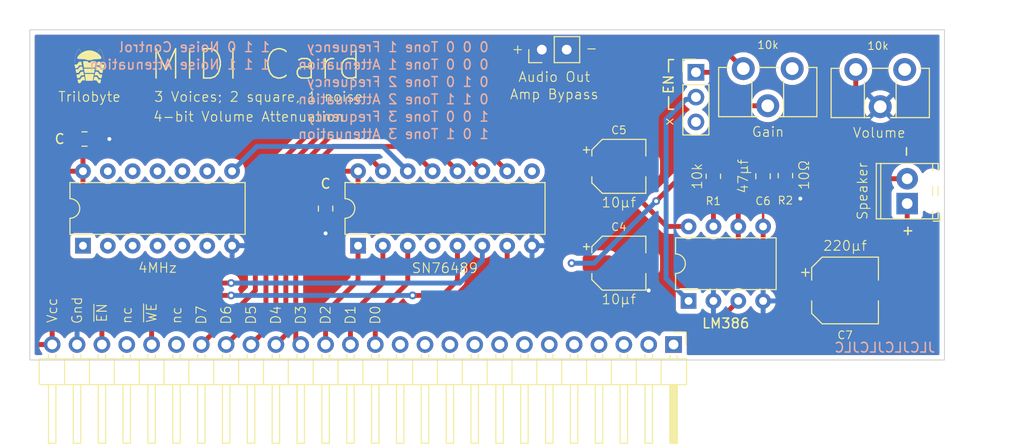
<source format=kicad_pcb>
(kicad_pcb (version 20211014) (generator pcbnew)
  (layers (0 "F.Cu" signal) (31 "B.Cu" signal) (34 "B.Paste" user) (35 "F.Paste" user) (36 "B.SilkS" user "B.Silkscreen") (37 "F.SilkS" user "F.Silkscreen") (38 "B.Mask" user) (39 "F.Mask" user) (44 "Edge.Cuts" user))
  (net 0 "")
  (net 13 "BUS0")
  (net 14 "BUS1")
  (net 15 "BUS2")
  (net 16 "BUS3")
  (net 17 "BUS4")
  (net 18 "BUS5")
  (net 19 "BUS6")
  (net 20 "BUS7")
  (net 21 "~{WRITE}")
  (net 23 "~{EN}")
  (net 24 "GND")
  (net 25 "VCC")
  (net 26 "RDY")
  (net 27 "4MHZ")
  (net 30 "Net-(C6-Pad1)")
  (net 31 "Net-(C6-Pad2)")
  (net 33 "Net-(C4-Pad1)")
  (net 34 "Net-(R1-Pad2)")
  (net 35 "Net-(C5-Pad1)")
  (net 37 "Net-(C5-Pad2)")
  (net 38 "SPEAKER+")
  (net 39 "SPEAKER-")
  (net 41 "Net-(U3-Pad1)")
  (net 43 "Net-(J2-Pad1)")
  (net 44 "AUDIO_OUT")
  (footprint "LIBRARY-8-bit-computer:Crystal_DIP_4_14" (layer "F.Cu") (at 110.5815 66.518 90)
    (fp_text reference "Y1" hide)
    (fp_text value "4MHz" (at -6.096 11.684 unlocked) (layer "F.SilkS") (effects (font (thickness 0.1))))
    (pad "" thru_hole oval (at 3.79 9.15 90) (size 1.6 1.6) (drill 0.8) (layers *.Cu *.Mask))
    (pad "" thru_hole oval (at -3.83 11.69 90) (size 1.6 1.6) (drill 0.8) (layers *.Cu *.Mask))
    (pad "" thru_hole oval (at -3.83 6.61 90) (size 1.6 1.6) (drill 0.8) (layers *.Cu *.Mask))
    (pad "" thru_hole oval (at 3.79 11.69 90) (size 1.6 1.6) (drill 0.8) (layers *.Cu *.Mask))
    (pad "" thru_hole oval (at -3.83 16.77 90) (size 1.6 1.6) (drill 0.8) (layers *.Cu *.Mask))
    (pad "" thru_hole oval (at 3.79 16.77 90) (size 1.6 1.6) (drill 0.8) (layers *.Cu *.Mask))
    (pad "" thru_hole oval (at -3.83 14.23 90) (size 1.6 1.6) (drill 0.8) (layers *.Cu *.Mask))
    (pad "" thru_hole oval (at 3.79 14.23 90) (size 1.6 1.6) (drill 0.8) (layers *.Cu *.Mask))
    (pad "" thru_hole oval (at 3.79 6.61 90) (size 1.6 1.6) (drill 0.8) (layers *.Cu *.Mask))
    (pad "" thru_hole oval (at -3.83 9.15 90) (size 1.6 1.6) (drill 0.8) (layers *.Cu *.Mask))
    (pad "1" thru_hole rect (at -3.83 4.07 90) (size 1.6 1.6) (drill 0.8) (layers *.Cu *.Mask))
    (pad "2" thru_hole oval (at -3.83 19.31 90) (size 1.6 1.6) (drill 0.8) (layers *.Cu *.Mask) (net 24 "GND"))
    (pad "3" thru_hole oval (at 3.79 19.31 90) (size 1.6 1.6) (drill 0.8) (layers *.Cu *.Mask) (net 27 "4MHZ"))
    (pad "4" thru_hole oval (at 3.79 4.07 90) (size 1.6 1.6) (drill 0.8) (layers *.Cu *.Mask) (net 25 "VCC"))
  )
  (footprint "TerminalBlock_Phoenix:TerminalBlock_Phoenix_MPT-0,5-2-2.54_1x02_P2.54mm_Horizontal" (layer "F.Cu") (at 198.882 66.04 90)
    (fp_text reference "J3" hide)
    (fp_text value "Screw_Terminal_01x02" hide)
    (fp_text user "+" (at -2.794 0 90 unlocked) (layer "F.SilkS"))
    (fp_text user "Speaker" (at 1.27 -4.572 90 unlocked) (layer "F.SilkS") (effects (font (thickness 0.1))))
    (fp_text user "-" (at 5.334 0 270 unlocked) (layer "F.SilkS"))
    (pad "" np_thru_hole circle locked (at 0 2.54 90) (size 1.1 1.1) (drill 1.1) (layers *.Cu *.Mask))
    (pad "" np_thru_hole circle locked (at 2.54 2.54 90) (size 1.1 1.1) (drill 1.1) (layers *.Cu *.Mask))
    (pad "1" thru_hole rect locked (at 0 0 90) (size 2.2 2.2) (drill 1.1) (layers *.Cu *.Mask) (net 38 "SPEAKER+"))
    (pad "2" thru_hole circle locked (at 2.54 0 90) (size 2.2 2.2) (drill 1.1) (layers *.Cu *.Mask) (net 39 "SPEAKER-"))
  )
  (footprint "Connector_PinHeader_2.54mm:PinHeader_1x02_P2.54mm_Vertical" (layer "F.Cu") (at 161.544 50.292 90)
    (fp_text reference "J4" hide)
    (fp_text value "Conn_01x02" hide)
    (fp_text user "-" (at 0 5.08 180 unlocked) (layer "F.SilkS") (effects (font (thickness 0.1))))
    (fp_text user "Amp Bypass" (at -4.572 1.27 unlocked) (layer "F.SilkS") (effects (font (thickness 0.1))))
    (fp_text user "+" (at 0 -2.54 90 unlocked) (layer "F.SilkS") (effects (font (thickness 0.1))))
    (fp_text user "Audio Out" (at -2.794 1.27 unlocked) (layer "F.SilkS") (effects (font (thickness 0.1))))
    (pad "1" thru_hole rect locked (at 0 0 90) (size 1.7 1.7) (drill 1) (layers *.Cu *.Mask) (net 44 "AUDIO_OUT"))
    (pad "2" thru_hole oval locked (at 0 2.54 90) (size 1.7 1.7) (drill 1) (layers *.Cu *.Mask) (net 24 "GND"))
  )
  (footprint "Connector_PinHeader_2.54mm:PinHeader_1x26_P2.54mm_Horizontal" (layer "F.Cu") (at 175.006 80.461 -90)
    (fp_text reference "J1" hide)
    (fp_text value "Conn_01x26" hide)
    (pad "1" thru_hole rect locked (at 0 0 270) (size 1.7 1.7) (drill 1) (layers *.Cu *.Mask))
    (pad "2" thru_hole oval locked (at 0 2.54 270) (size 1.7 1.7) (drill 1) (layers *.Cu *.Mask))
    (pad "3" thru_hole oval locked (at 0 5.08 270) (size 1.7 1.7) (drill 1) (layers *.Cu *.Mask))
    (pad "4" thru_hole oval locked (at 0 7.62 270) (size 1.7 1.7) (drill 1) (layers *.Cu *.Mask))
    (pad "5" thru_hole oval locked (at 0 10.16 270) (size 1.7 1.7) (drill 1) (layers *.Cu *.Mask))
    (pad "6" thru_hole oval locked (at 0 12.7 270) (size 1.7 1.7) (drill 1) (layers *.Cu *.Mask))
    (pad "7" thru_hole oval locked (at 0 15.24 270) (size 1.7 1.7) (drill 1) (layers *.Cu *.Mask))
    (pad "8" thru_hole oval locked (at 0 17.78 270) (size 1.7 1.7) (drill 1) (layers *.Cu *.Mask))
    (pad "9" thru_hole oval locked (at 0 20.32 270) (size 1.7 1.7) (drill 1) (layers *.Cu *.Mask))
    (pad "10" thru_hole oval locked (at 0 22.86 270) (size 1.7 1.7) (drill 1) (layers *.Cu *.Mask))
    (pad "11" thru_hole oval locked (at 0 25.4 270) (size 1.7 1.7) (drill 1) (layers *.Cu *.Mask))
    (pad "12" thru_hole oval locked (at 0 27.94 270) (size 1.7 1.7) (drill 1) (layers *.Cu *.Mask))
    (pad "13" thru_hole oval locked (at 0 30.48 270) (size 1.7 1.7) (drill 1) (layers *.Cu *.Mask) (net 13 "BUS0"))
    (pad "14" thru_hole oval locked (at 0 33.02 270) (size 1.7 1.7) (drill 1) (layers *.Cu *.Mask) (net 14 "BUS1"))
    (pad "15" thru_hole oval locked (at 0 35.56 270) (size 1.7 1.7) (drill 1) (layers *.Cu *.Mask) (net 15 "BUS2"))
    (pad "16" thru_hole oval locked (at 0 38.1 270) (size 1.7 1.7) (drill 1) (layers *.Cu *.Mask) (net 16 "BUS3"))
    (pad "17" thru_hole oval locked (at 0 40.64 270) (size 1.7 1.7) (drill 1) (layers *.Cu *.Mask) (net 17 "BUS4"))
    (pad "18" thru_hole oval locked (at 0 43.18 270) (size 1.7 1.7) (drill 1) (layers *.Cu *.Mask) (net 18 "BUS5"))
    (pad "19" thru_hole oval locked (at 0 45.72 270) (size 1.7 1.7) (drill 1) (layers *.Cu *.Mask) (net 19 "BUS6"))
    (pad "20" thru_hole oval locked (at 0 48.26 270) (size 1.7 1.7) (drill 1) (layers *.Cu *.Mask) (net 20 "BUS7"))
    (pad "21" thru_hole oval locked (at 0 50.8 270) (size 1.7 1.7) (drill 1) (layers *.Cu *.Mask))
    (pad "22" thru_hole oval locked (at 0 53.34 270) (size 1.7 1.7) (drill 1) (layers *.Cu *.Mask) (net 21 "~{WRITE}"))
    (pad "23" thru_hole oval locked (at 0 55.88 270) (size 1.7 1.7) (drill 1) (layers *.Cu *.Mask))
    (pad "24" thru_hole oval locked (at 0 58.42 270) (size 1.7 1.7) (drill 1) (layers *.Cu *.Mask) (net 23 "~{EN}"))
    (pad "25" thru_hole oval locked (at 0 60.96 270) (size 1.7 1.7) (drill 1) (layers *.Cu *.Mask) (net 24 "GND"))
    (pad "26" thru_hole oval locked (at 0 63.5 270) (size 1.7 1.7) (drill 1) (layers *.Cu *.Mask) (net 25 "VCC"))
  )
  (footprint "Resistor_SMD:R_0805_2012Metric" (layer "F.Cu") (at 186.436 63.18 -90)
    (fp_text reference "R2" (at 2.54 0 180) (layer "F.SilkS") (effects (font (size 0.8 0.8) (thickness 0.1))))
    (fp_text value "10Ω" (at -0.066 -1.91 -90) (layer "F.SilkS") (effects (font (thickness 0.1))))
    (pad "1" smd roundrect locked (at -0.9125 0 270) (size 1.025 1.4) (layers "F.Cu" "F.Paste" "F.Mask") (roundrect_rratio 0.243902) (net 31 "Net-(C6-Pad2)"))
    (pad "2" smd roundrect locked (at 0.9125 0 270) (size 1.025 1.4) (layers "F.Cu" "F.Paste" "F.Mask") (roundrect_rratio 0.243902) (net 24 "GND"))
  )
  (footprint "Resistor_SMD:R_0805_2012Metric" (layer "F.Cu") (at 179.07 63.246 -90)
    (fp_text reference "R1" (at 2.54 0 180) (layer "F.SilkS") (effects (font (size 0.8 0.8) (thickness 0.1))))
    (fp_text value "10k" (at 0 1.65 90) (layer "F.SilkS") (effects (font (thickness 0.1))))
    (pad "1" smd roundrect locked (at -0.9125 0 270) (size 1.025 1.4) (layers "F.Cu" "F.Paste" "F.Mask") (roundrect_rratio 0.243902) (net 33 "Net-(C4-Pad1)"))
    (pad "2" smd roundrect locked (at 0.9125 0 270) (size 1.025 1.4) (layers "F.Cu" "F.Paste" "F.Mask") (roundrect_rratio 0.243902) (net 34 "Net-(R1-Pad2)"))
  )
  (footprint "Capacitor_SMD:C_0805_2012Metric" (layer "F.Cu") (at 139.446 66.548 -90)
    (fp_text reference "C3" hide)
    (fp_text value "C" (at -2.54 0 180) (layer "F.SilkS"))
    (pad "1" smd roundrect locked (at -0.95 0 270) (size 1 1.45) (layers "F.Cu" "F.Paste" "F.Mask") (net 25 "VCC"))
    (pad "2" smd roundrect locked (at 0.95 0 270) (size 1 1.45) (layers "F.Cu" "F.Paste" "F.Mask") (net 24 "GND"))
  )
  (footprint "Capacitor_SMD:CP_Elec_5x5.4" (layer "F.Cu") (at 169.418 62.23)
    (fp_text reference "C5" (at 0 -3.7) (layer "F.SilkS") (effects (font (size 0.8 0.8) (thickness 0.1))))
    (fp_text value "10µf" (at 0 3.7) (layer "F.SilkS") (effects (font (thickness 0.1))))
    (pad "1" smd roundrect locked (at -2.2 0) (size 3 1.6) (layers "F.Cu" "F.Paste" "F.Mask") (roundrect_rratio 0.15625) (net 35 "Net-(C5-Pad1)"))
    (pad "2" smd roundrect locked (at 2.2 0) (size 3 1.6) (layers "F.Cu" "F.Paste" "F.Mask") (roundrect_rratio 0.15625) (net 37 "Net-(C5-Pad2)"))
  )
  (footprint "Stephenv6:trilobyte-logo-tiny" (layer "F.Cu") (at 115.306 46.104558)
    (fp_text reference "REF**" hide)
    (fp_text value "trilobyte-logo-tiny" hide)
  )
  (footprint "Package_DIP:DIP-16_W7.62mm" (layer "F.Cu") (at 142.763 70.348 90)
    (fp_text reference "U2" hide)
    (fp_text value "SN76489" (at -2.296 8.875 180) (layer "F.SilkS") (effects (font (thickness 0.1))))
    (pad "1" thru_hole rect locked (at 0 0 90) (size 1.6 1.6) (drill 0.8) (layers *.Cu *.Mask) (net 15 "BUS2"))
    (pad "2" thru_hole oval locked (at 0 2.54 90) (size 1.6 1.6) (drill 0.8) (layers *.Cu *.Mask) (net 14 "BUS1"))
    (pad "3" thru_hole oval locked (at 0 5.08 90) (size 1.6 1.6) (drill 0.8) (layers *.Cu *.Mask) (net 13 "BUS0"))
    (pad "4" thru_hole oval locked (at 0 7.62 90) (size 1.6 1.6) (drill 0.8) (layers *.Cu *.Mask) (net 26 "RDY"))
    (pad "5" thru_hole oval locked (at 0 10.16 90) (size 1.6 1.6) (drill 0.8) (layers *.Cu *.Mask) (net 21 "~{WRITE}"))
    (pad "6" thru_hole oval locked (at 0 12.7 90) (size 1.6 1.6) (drill 0.8) (layers *.Cu *.Mask) (net 23 "~{EN}"))
    (pad "7" thru_hole oval locked (at 0 15.24 90) (size 1.6 1.6) (drill 0.8) (layers *.Cu *.Mask) (net 44 "AUDIO_OUT"))
    (pad "8" thru_hole oval locked (at 0 17.78 90) (size 1.6 1.6) (drill 0.8) (layers *.Cu *.Mask) (net 24 "GND"))
    (pad "9" thru_hole oval locked (at 7.62 17.78 90) (size 1.6 1.6) (drill 0.8) (layers *.Cu *.Mask))
    (pad "10" thru_hole oval locked (at 7.62 15.24 90) (size 1.6 1.6) (drill 0.8) (layers *.Cu *.Mask) (net 20 "BUS7"))
    (pad "11" thru_hole oval locked (at 7.62 12.7 90) (size 1.6 1.6) (drill 0.8) (layers *.Cu *.Mask) (net 19 "BUS6"))
    (pad "12" thru_hole oval locked (at 7.62 10.16 90) (size 1.6 1.6) (drill 0.8) (layers *.Cu *.Mask) (net 18 "BUS5"))
    (pad "13" thru_hole oval locked (at 7.62 7.62 90) (size 1.6 1.6) (drill 0.8) (layers *.Cu *.Mask) (net 17 "BUS4"))
    (pad "14" thru_hole oval locked (at 7.62 5.08 90) (size 1.6 1.6) (drill 0.8) (layers *.Cu *.Mask) (net 27 "4MHZ"))
    (pad "15" thru_hole oval locked (at 7.62 2.54 90) (size 1.6 1.6) (drill 0.8) (layers *.Cu *.Mask) (net 16 "BUS3"))
    (pad "16" thru_hole oval locked (at 7.62 0 90) (size 1.6 1.6) (drill 0.8) (layers *.Cu *.Mask) (net 25 "VCC"))
  )
  (footprint "Connector_PinHeader_2.54mm:PinHeader_1x03_P2.54mm_Vertical" (layer "F.Cu") (at 177.292 52.608)
    (fp_text reference "J2" hide)
    (fp_text value "Conn_01x03" hide)
    (fp_text user "x" (at -2.794 5.05 90 unlocked) (layer "F.SilkS") (effects (font (thickness 0.1))))
    (pad "1" thru_hole rect locked (at 0 0) (size 1.7 1.7) (drill 1) (layers *.Cu *.Mask) (net 43 "Net-(J2-Pad1)"))
    (pad "2" thru_hole oval locked (at 0 2.54) (size 1.7 1.7) (drill 1) (layers *.Cu *.Mask) (net 41 "Net-(U3-Pad1)"))
    (pad "3" thru_hole oval locked (at 0 5.08) (size 1.7 1.7) (drill 1) (layers *.Cu *.Mask))
  )
  (footprint "Capacitor_SMD:CP_Elec_6.3x7.7" (layer "F.Cu") (at 192.532 74.93)
    (fp_text reference "C7" (at 0 4.572) (layer "F.SilkS") (effects (font (size 0.8 0.8) (thickness 0.1))))
    (fp_text value "220µf" (at 0 -4.572) (layer "F.SilkS") (effects (font (thickness 0.1))))
    (pad "1" smd roundrect locked (at -2.7 0) (size 3.5 1.6) (layers "F.Cu" "F.Paste" "F.Mask") (roundrect_rratio 0.15625) (net 30 "Net-(C6-Pad1)"))
    (pad "2" smd roundrect locked (at 2.7 0) (size 3.5 1.6) (layers "F.Cu" "F.Paste" "F.Mask") (roundrect_rratio 0.15625) (net 38 "SPEAKER+"))
  )
  (footprint "Potentiometer_THT:Potentiometer_ACP_CA9-H3,8_Horizontal" (layer "F.Cu") (at 198.628 52.324 -90)
    (fp_text reference "RV2" hide)
    (fp_text value "10k" (at -2.418 2.729) (layer "F.SilkS") (effects (font (size 0.8 0.8) (thickness 0.1))))
    (fp_text user "Volume" (at 6.472 2.607 unlocked) (layer "F.SilkS") (effects (font (thickness 0.1))))
    (pad "1" thru_hole circle (at 0 0 270) (size 2.34 2.34) (drill 1.3) (layers *.Cu *.Mask))
    (pad "2" thru_hole circle (at 3.8 2.5 270) (size 2.34 2.34) (drill 1.3) (layers *.Cu *.Mask) (net 24 "GND"))
    (pad "3" thru_hole circle (at 0 5 270) (size 2.34 2.34) (drill 1.3) (layers *.Cu *.Mask) (net 39 "SPEAKER-"))
  )
  (footprint "Package_DIP:DIP-8_W7.62mm" (layer "F.Cu") (at 176.54 76.001 90)
    (fp_text reference "U3" hide)
    (fp_text value "LM386" (at -2.296 3.8 180) (layer "F.SilkS"))
    (pad "1" thru_hole rect locked (at 0 0 90) (size 1.6 1.6) (drill 0.8) (layers *.Cu *.Mask) (net 41 "Net-(U3-Pad1)"))
    (pad "2" thru_hole oval locked (at 0 2.54 90) (size 1.6 1.6) (drill 0.8) (layers *.Cu *.Mask) (net 24 "GND"))
    (pad "3" thru_hole oval locked (at 0 5.08 90) (size 1.6 1.6) (drill 0.8) (layers *.Cu *.Mask) (net 44 "AUDIO_OUT"))
    (pad "4" thru_hole oval locked (at 0 7.62 90) (size 1.6 1.6) (drill 0.8) (layers *.Cu *.Mask) (net 24 "GND"))
    (pad "5" thru_hole oval locked (at 7.62 7.62 90) (size 1.6 1.6) (drill 0.8) (layers *.Cu *.Mask) (net 30 "Net-(C6-Pad1)"))
    (pad "6" thru_hole oval locked (at 7.62 5.08 90) (size 1.6 1.6) (drill 0.8) (layers *.Cu *.Mask) (net 25 "VCC"))
    (pad "7" thru_hole oval locked (at 7.62 2.54 90) (size 1.6 1.6) (drill 0.8) (layers *.Cu *.Mask) (net 34 "Net-(R1-Pad2)"))
    (pad "8" thru_hole oval locked (at 7.62 0 90) (size 1.6 1.6) (drill 0.8) (layers *.Cu *.Mask) (net 37 "Net-(C5-Pad2)"))
  )
  (footprint "Capacitor_SMD:C_0805_2012Metric" (layer "F.Cu") (at 114.808 59.436)
    (fp_text reference "C1" hide)
    (fp_text value "C" (at -2.54 0) (layer "F.SilkS"))
    (pad "1" smd roundrect locked (at -0.95 0) (size 1 1.45) (layers "F.Cu" "F.Paste" "F.Mask") (net 25 "VCC"))
    (pad "2" smd roundrect locked (at 0.95 0) (size 1 1.45) (layers "F.Cu" "F.Paste" "F.Mask") (net 24 "GND"))
  )
  (footprint "Capacitor_SMD:CP_Elec_5x5.4" (layer "F.Cu") (at 169.418 72.136)
    (fp_text reference "C4" (at 0 -3.7) (layer "F.SilkS") (effects (font (size 0.8 0.8) (thickness 0.1))))
    (fp_text value "10µf" (at 0 3.7) (layer "F.SilkS") (effects (font (thickness 0.1))))
    (pad "1" smd roundrect locked (at -2.2 0) (size 3 1.6) (layers "F.Cu" "F.Paste" "F.Mask") (roundrect_rratio 0.15625) (net 33 "Net-(C4-Pad1)"))
    (pad "2" smd roundrect locked (at 2.2 0) (size 3 1.6) (layers "F.Cu" "F.Paste" "F.Mask") (roundrect_rratio 0.15625) (net 24 "GND"))
  )
  (footprint "Potentiometer_THT:Potentiometer_ACP_CA9-H3,8_Horizontal" (layer "F.Cu") (at 187.133 52.232 -90)
    (fp_text reference "RV1" hide)
    (fp_text value "10k" (at -2.418 2.475) (layer "F.SilkS") (effects (font (size 0.8 0.8) (thickness 0.1))))
    (fp_text user "Gain" (at 6.472 2.475 unlocked) (layer "F.SilkS") (effects (font (thickness 0.1))))
    (pad "1" thru_hole circle (at 0 0 270) (size 2.34 2.34) (drill 1.3) (layers *.Cu *.Mask))
    (pad "2" thru_hole circle (at 3.8 2.5 270) (size 2.34 2.34) (drill 1.3) (layers *.Cu *.Mask) (net 43 "Net-(J2-Pad1)"))
    (pad "3" thru_hole circle (at 0 5 270) (size 2.34 2.34) (drill 1.3) (layers *.Cu *.Mask) (net 35 "Net-(C5-Pad1)"))
  )
  (footprint "Capacitor_SMD:C_0805_2012Metric" (layer "F.Cu") (at 184.15 63.246 90)
    (fp_text reference "C6" (at -2.54 0 180) (layer "F.SilkS") (effects (font (size 0.8 0.8) (thickness 0.1))))
    (fp_text value "47µf" (at 0 -2.032 270) (layer "F.SilkS") (effects (font (thickness 0.1))))
    (pad "1" smd roundrect locked (at -0.95 0 90) (size 1 1.45) (layers "F.Cu" "F.Paste" "F.Mask") (net 30 "Net-(C6-Pad1)"))
    (pad "2" smd roundrect locked (at 0.95 0 90) (size 1 1.45) (layers "F.Cu" "F.Paste" "F.Mask") (net 31 "Net-(C6-Pad2)"))
  )
  (gr_line (start 175.006 51.308) (end 174.498 51.308) (layer "F.SilkS") (width 0.15))
  (gr_line (start 175.006 56.388) (end 174.498 56.388) (layer "F.SilkS") (width 0.15))
  (gr_line (start 174.498 56.388) (end 174.498 55.118) (layer "F.SilkS") (width 0.15))
  (gr_line (start 174.498 51.308) (end 174.498 52.578) (layer "F.SilkS") (width 0.15))
  (gr_rect (start 109.22 82.042) (end 202.692 48.26) (layer "Edge.Cuts") (width 0.1) (fill none))
  (gr_text "1 0 1 Tone 3 Attenuation" (at 156.21 58.928) (layer "B.SilkS") (effects (font (size 1 1)) (justify left mirror)))
  (gr_text "JLCJLCJLCJLC" (at 196.596 80.772) (layer "B.SilkS") (effects (font (size 1 1)) (justify mirror)))
  (gr_text "1 1 1 Noise Attenuation" (at 133.858 51.816) (layer "B.SilkS") (effects (font (size 1 1)) (justify left mirror)))
  (gr_text "0 1 1 Tone 2 Attenuation" (at 156.21 55.372) (layer "B.SilkS") (effects (font (size 1 1)) (justify left mirror)))
  (gr_text "0 0 0 Tone 1 Attenuation" (at 156.21 51.816) (layer "B.SilkS") (effects (font (size 1 1)) (justify left mirror)))
  (gr_text "1 0 0 Tone 3 Frequency" (at 156.21 57.15) (layer "B.SilkS") (effects (font (size 1 1)) (justify left mirror)))
  (gr_text "0 1 0 Tone 2 Frequency" (at 156.21 53.594) (layer "B.SilkS") (effects (font (size 1 1)) (justify left mirror)))
  (gr_text "0 0 0 Tone 1 Frequency" (at 156.21 50.038) (layer "B.SilkS") (effects (font (size 1 1)) (justify left mirror)))
  (gr_text "1 1 0 Noise Control" (at 133.858 50.038) (layer "B.SilkS") (effects (font (size 1 1)) (justify left mirror)))
  (gr_text "Vcc" (at 111.506 76.962 90) (layer "F.SilkS") (effects (font (size 1 1) (thickness 0.1))))
  (gr_text "D0" (at 144.526 78.486 90) (layer "F.SilkS") (effects (font (size 1 1) (thickness 0.1)) (justify left)))
  (gr_text "D7" (at 126.746 78.486 90) (layer "F.SilkS") (effects (font (size 1 1) (thickness 0.1)) (justify left)))
  (gr_text "D1" (at 141.986 78.486 90) (layer "F.SilkS") (effects (font (size 1 1) (thickness 0.1)) (justify left)))
  (gr_text "D6" (at 129.286 78.486 90) (layer "F.SilkS") (effects (font (size 1 1) (thickness 0.1)) (justify left)))
  (gr_text "Trilobyte" (at 115.316 55.118) (layer "F.SilkS") (effects (font (size 1 1) (thickness 0.1))))
  (gr_text "nc" (at 124.206 77.47 90) (layer "F.SilkS") (effects (font (size 1 1) (thickness 0.1))))
  (gr_text "D5" (at 131.826 78.486 90) (layer "F.SilkS") (effects (font (size 1 1) (thickness 0.1)) (justify left)))
  (gr_text "MIDI Card" (at 132.334 51.816) (layer "F.SilkS") (effects (font (size 3 3))))
  (gr_text "nc" (at 119.126 77.47 90) (layer "F.SilkS") (effects (font (size 1 1) (thickness 0.1))))
  (gr_text "3 Voices; 2 square, 1 noise" (at 132.588 55.118) (layer "F.SilkS") (effects (font (size 1 1) (thickness 0.1))))
  (gr_text "D2" (at 139.446 78.486 90) (layer "F.SilkS") (effects (font (size 1 1) (thickness 0.1)) (justify left)))
  (gr_text "D4" (at 134.366 78.486 90) (layer "F.SilkS") (effects (font (size 1 1) (thickness 0.1)) (justify left)))
  (gr_text "EN" (at 174.498 53.848 90) (layer "F.SilkS") (effects (font (size 1 1))))
  (gr_text "~{EN}" (at 116.586 77.216 90) (layer "F.SilkS") (effects (font (size 1 1) (thickness 0.1))))
  (gr_text "~{WE}" (at 121.666 77.216 90) (layer "F.SilkS") (effects (font (size 1 1) (thickness 0.1))))
  (gr_text "D3" (at 136.906 78.486 90) (layer "F.SilkS") (effects (font (size 1 1) (thickness 0.1)) (justify left)))
  (gr_text "4-bit Volume Attenuation" (at 131.572 57.15) (layer "F.SilkS") (effects (font (size 1 1) (thickness 0.1))))
  (gr_text "Gnd" (at 114.046 76.962 90) (layer "F.SilkS") (effects (font (size 1 1) (thickness 0.1))))
  (segment (start 147.843 74.153) (end 147.843 70.348) (width 0.5) (layer "F.Cu") (net 13))
  (segment (start 144.526 80.461) (end 144.526 77.47) (width 0.5) (layer "F.Cu") (net 13))
  (segment (start 144.526 77.47) (end 147.843 74.153) (width 0.5) (layer "F.Cu") (net 13))
  (segment (start 141.986 80.461) (end 141.986 77.47) (width 0.5) (layer "F.Cu") (net 14))
  (segment (start 145.303 74.153) (end 145.303 70.348) (width 0.5) (layer "F.Cu") (net 14))
  (segment (start 141.986 77.47) (end 145.303 74.153) (width 0.5) (layer "F.Cu") (net 14))
  (segment (start 139.446 80.461) (end 139.446 77.216) (width 0.5) (layer "F.Cu") (net 15))
  (segment (start 142.763 73.899) (end 142.763 70.348) (width 0.5) (layer "F.Cu") (net 15))
  (segment (start 139.446 77.216) (end 142.763 73.899) (width 0.5) (layer "F.Cu") (net 15))
  (segment (start 136.398 65.278) (end 140.457956 61.218044) (width 0.5) (layer "F.Cu") (net 16))
  (segment (start 136.906 80.461) (end 136.398 79.953) (width 0.5) (layer "F.Cu") (net 16))
  (segment (start 143.793044 61.218044) (end 145.303 62.728) (width 0.5) (layer "F.Cu") (net 16))
  (segment (start 136.398 79.953) (end 136.398 65.278) (width 0.5) (layer "F.Cu") (net 16))
  (segment (start 140.457956 61.218044) (end 143.793044 61.218044) (width 0.5) (layer "F.Cu") (net 16))
  (segment (start 147.853 60.198) (end 150.383 62.728) (width 0.5) (layer "F.Cu") (net 17))
  (segment (start 135.382 79.445) (end 135.382 65.024) (width 0.5) (layer "F.Cu") (net 17))
  (segment (start 140.208 60.198) (end 147.853 60.198) (width 0.5) (layer "F.Cu") (net 17))
  (segment (start 134.366 80.461) (end 135.382 79.445) (width 0.5) (layer "F.Cu") (net 17))
  (segment (start 135.382 65.024) (end 140.208 60.198) (width 0.5) (layer "F.Cu") (net 17))
  (segment (start 131.826 80.461) (end 134.366 77.921) (width 0.5) (layer "F.Cu") (net 18))
  (segment (start 134.366 77.921) (end 134.366 64.716516) (width 0.5) (layer "F.Cu") (net 18))
  (segment (start 149.377 59.182) (end 152.923 62.728) (width 0.5) (layer "F.Cu") (net 18))
  (segment (start 134.366 64.716516) (end 139.900516 59.182) (width 0.5) (layer "F.Cu") (net 18))
  (segment (start 139.900516 59.182) (end 149.377 59.182) (width 0.5) (layer "F.Cu") (net 18))
  (segment (start 139.446 58.42) (end 133.35 64.516) (width 0.5) (layer "F.Cu") (net 19))
  (segment (start 133.35 76.397) (end 129.286 80.461) (width 0.5) (layer "F.Cu") (net 19))
  (segment (start 151.155 58.42) (end 139.446 58.42) (width 0.5) (layer "F.Cu") (net 19))
  (segment (start 133.35 64.516) (end 133.35 76.397) (width 0.5) (layer "F.Cu") (net 19))
  (segment (start 155.463 62.728) (end 151.155 58.42) (width 0.5) (layer "F.Cu") (net 19))
  (segment (start 132.267467 74.939533) (end 132.267467 64.328533) (width 0.5) (layer "F.Cu") (net 20))
  (segment (start 126.746 80.461) (end 132.267467 74.939533) (width 0.5) (layer "F.Cu") (net 20))
  (segment (start 139.192 57.404) (end 152.679 57.404) (width 0.5) (layer "F.Cu") (net 20))
  (segment (start 152.679 57.404) (end 158.003 62.728) (width 0.5) (layer "F.Cu") (net 20))
  (segment (start 132.267467 64.328533) (end 139.192 57.404) (width 0.5) (layer "F.Cu") (net 20))
  (segment (start 124.46 75.438) (end 129.794 75.438) (width 0.5) (layer "F.Cu") (net 21))
  (segment (start 152.923 70.348) (end 152.923 73.899) (width 0.5) (layer "F.Cu") (net 21))
  (segment (start 151.384 75.438) (end 148.336 75.438) (width 0.5) (layer "F.Cu") (net 21))
  (segment (start 121.666 78.232) (end 124.46 75.438) (width 0.5) (layer "F.Cu") (net 21))
  (segment (start 121.666 80.461) (end 121.666 78.232) (width 0.5) (layer "F.Cu") (net 21))
  (segment (start 152.923 73.899) (end 151.384 75.438) (width 0.5) (layer "F.Cu") (net 21))
  (via (at 148.336 75.438) (size 0.8) (drill 0.4) (layers "F.Cu" "B.Cu") (net 21))
  (via (at 129.794 75.438) (size 0.8) (drill 0.4) (layers "F.Cu" "B.Cu") (net 21))
  (segment (start 148.336 75.438) (end 129.794 75.438) (width 0.5) (layer "B.Cu") (net 21))
  (segment (start 117.602 77.216) (end 120.65 74.168) (width 0.5) (layer "F.Cu") (net 23))
  (segment (start 116.586 80.461) (end 116.586 78.232) (width 0.5) (layer "F.Cu") (net 23))
  (segment (start 116.586 78.232) (end 117.602 77.216) (width 0.5) (layer "F.Cu") (net 23))
  (segment (start 120.65 74.168) (end 129.794 74.168) (width 0.5) (layer "F.Cu") (net 23))
  (via (at 129.794 74.168) (size 0.8) (drill 0.4) (layers "F.Cu" "B.Cu") (net 23))
  (segment (start 153.162 74.168) (end 155.463 71.867) (width 0.5) (layer "B.Cu") (net 23))
  (segment (start 155.463 71.867) (end 155.463 70.348) (width 0.5) (layer "B.Cu") (net 23))
  (segment (start 129.794 74.168) (end 153.162 74.168) (width 0.5) (layer "B.Cu") (net 23))
  (segment (start 115.758 59.436) (end 117.348 59.436) (width 0.25) (layer "F.Cu") (net 24))
  (segment (start 186.436 64.0925) (end 186.5205 64.0925) (width 0.25) (layer "F.Cu") (net 24))
  (segment (start 171.618 74.082) (end 172.466 74.93) (width 0.5) (layer "F.Cu") (net 24))
  (segment (start 139.446 67.498) (end 139.446 69.088) (width 0.5) (layer "F.Cu") (net 24))
  (segment (start 171.618 72.136) (end 171.618 74.082) (width 0.5) (layer "F.Cu") (net 24))
  (segment (start 186.5205 64.0925) (end 187.96 65.532) (width 0.25) (layer "F.Cu") (net 24))
  (via (at 172.466 74.93) (size 0.8) (drill 0.4) (layers "F.Cu" "B.Cu") (net 24))
  (via (at 187.96 65.532) (size 0.8) (drill 0.4) (layers "F.Cu" "B.Cu") (net 24))
  (via (at 117.348 59.436) (size 0.8) (drill 0.4) (layers "F.Cu" "B.Cu") (net 24))
  (via (at 139.446 69.088) (size 0.8) (drill 0.4) (layers "F.Cu" "B.Cu") (net 24))
  (segment (start 129.8915 62.728) (end 132.4215 60.198) (width 0.5) (layer "B.Cu") (net 27))
  (segment (start 145.313 60.198) (end 147.843 62.728) (width 0.5) (layer "B.Cu") (net 27))
  (segment (start 132.4215 60.198) (end 145.313 60.198) (width 0.5) (layer "B.Cu") (net 27))
  (segment (start 189.832 74.93) (end 188.214 74.93) (width 0.5) (layer "F.Cu") (net 30))
  (segment (start 184.16 70.876) (end 184.16 68.381) (width 0.5) (layer "F.Cu") (net 30))
  (segment (start 184.15 64.196) (end 184.16 64.206) (width 0.25) (layer "F.Cu") (net 30))
  (segment (start 188.214 74.93) (end 184.16 70.876) (width 0.5) (layer "F.Cu") (net 30))
  (segment (start 184.16 64.206) (end 184.16 68.381) (width 0.25) (layer "F.Cu") (net 30))
  (segment (start 184.15 62.296) (end 186.4075 62.296) (width 0.25) (layer "F.Cu") (net 31))
  (segment (start 186.4075 62.296) (end 186.436 62.2675) (width 0.25) (layer "F.Cu") (net 31))
  (segment (start 176.6805 62.3335) (end 173.228 65.786) (width 0.5) (layer "F.Cu") (net 33))
  (segment (start 179.07 62.3335) (end 176.6805 62.3335) (width 0.5) (layer "F.Cu") (net 33))
  (segment (start 164.592 72.136) (end 167.218 72.136) (width 0.5) (layer "F.Cu") (net 33))
  (via (at 164.592 72.136) (size 0.8) (drill 0.4) (layers "F.Cu" "B.Cu") (net 33))
  (via (at 173.228 65.786) (size 0.8) (drill 0.4) (layers "F.Cu" "B.Cu") (net 33))
  (segment (start 166.878 72.136) (end 164.592 72.136) (width 0.5) (layer "B.Cu") (net 33))
  (segment (start 173.228 65.786) (end 166.878 72.136) (width 0.5) (layer "B.Cu") (net 33))
  (segment (start 179.08 64.1685) (end 179.07 64.1585) (width 0.5) (layer "F.Cu") (net 34))
  (segment (start 179.08 68.381) (end 179.08 64.1685) (width 0.5) (layer "F.Cu") (net 34))
  (segment (start 167.218 55.54) (end 172.72 50.038) (width 0.5) (layer "F.Cu") (net 35))
  (segment (start 167.218 62.23) (end 167.218 55.54) (width 0.5) (layer "F.Cu") (net 35))
  (segment (start 179.939 50.038) (end 182.133 52.232) (width 0.5) (layer "F.Cu") (net 35))
  (segment (start 172.72 50.038) (end 179.939 50.038) (width 0.5) (layer "F.Cu") (net 35))
  (segment (start 171.618 62.23) (end 171.618 65.7) (width 0.5) (layer "F.Cu") (net 37))
  (segment (start 171.618 65.7) (end 174.299 68.381) (width 0.5) (layer "F.Cu") (net 37))
  (segment (start 174.299 68.381) (end 176.54 68.381) (width 0.5) (layer "F.Cu") (net 37))
  (segment (start 195.232 74.93) (end 198.882 71.28) (width 0.5) (layer "F.Cu") (net 38))
  (segment (start 198.882 71.28) (end 198.882 66.04) (width 0.5) (layer "F.Cu") (net 38))
  (segment (start 196.85 63.5) (end 193.628 60.278) (width 0.5) (layer "F.Cu") (net 39))
  (segment (start 198.882 63.5) (end 196.85 63.5) (width 0.5) (layer "F.Cu") (net 39))
  (segment (start 193.628 60.278) (end 193.628 52.324) (width 0.5) (layer "F.Cu") (net 39))
  (segment (start 177.068 55.372) (end 176.276 55.372) (width 0.5) (layer "B.Cu") (net 41))
  (segment (start 174.244 73.705) (end 176.54 76.001) (width 0.5) (layer "B.Cu") (net 41))
  (segment (start 174.244 57.404) (end 174.244 73.705) (width 0.5) (layer "B.Cu") (net 41))
  (segment (start 176.276 55.372) (end 174.244 57.404) (width 0.5) (layer "B.Cu") (net 41))
  (segment (start 177.292 55.148) (end 177.068 55.372) (width 0.5) (layer "B.Cu") (net 41))
  (segment (start 184.633 56.032) (end 182.27 56.032) (width 0.5) (layer "F.Cu") (net 43))
  (segment (start 178.846 52.608) (end 177.292 52.608) (width 0.5) (layer "F.Cu") (net 43))
  (segment (start 182.27 56.032) (end 178.846 52.608) (width 0.5) (layer "F.Cu") (net 43))
  (segment (start 163.576 77.724) (end 158.003 72.151) (width 0.5) (layer "F.Cu") (net 44))
  (segment (start 181.62 76.001) (end 179.897 77.724) (width 0.5) (layer "F.Cu") (net 44))
  (segment (start 158.003 72.151) (end 158.003 70.348) (width 0.5) (layer "F.Cu") (net 44))
  (segment (start 179.897 77.724) (end 163.576 77.724) (width 0.5) (layer "F.Cu") (net 44))
  (zone (net 25) (net_name "VCC") (layer "F.Cu") (connect_pads (clearance 0.508)) (min_thickness 0.254) (fill yes (thermal_gap 0.508) (thermal_bridge_width 0.508))
    (polygon (pts (xy 210.058 83.058) (xy 108.204 83.312) (xy 108.204 47.498) (xy 209.804 46.99)))
  )
  (zone (net 24) (net_name "GND") (layer "B.Cu") (connect_pads (clearance 0.508)) (min_thickness 0.254) (fill yes (thermal_gap 0.508) (thermal_bridge_width 0.508))
    (polygon (pts (xy 210.82 84.582) (xy 106.172 84.582) (xy 107.188 46.736) (xy 210.82 45.212)))
  )
)
</source>
